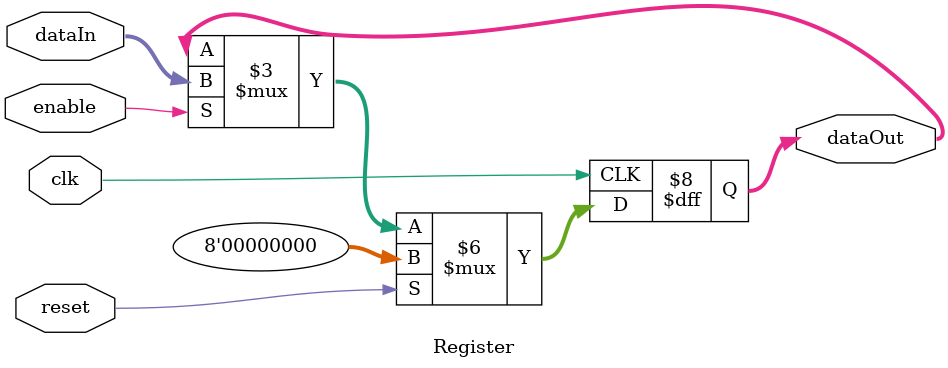
<source format=v>
module Register (clk, reset, enable, dataIn, dataOut);

	parameter size = 8;

	input clk, reset, enable;
	input [size - 1 : 0] dataIn;
	output reg [size - 1 : 0] dataOut;

	always @ (posedge clk) begin
		if(reset) dataOut <= 0;
		else begin
			if (enable) dataOut <= dataIn;
			else dataOut <= dataOut;
		end
	end
endmodule

</source>
